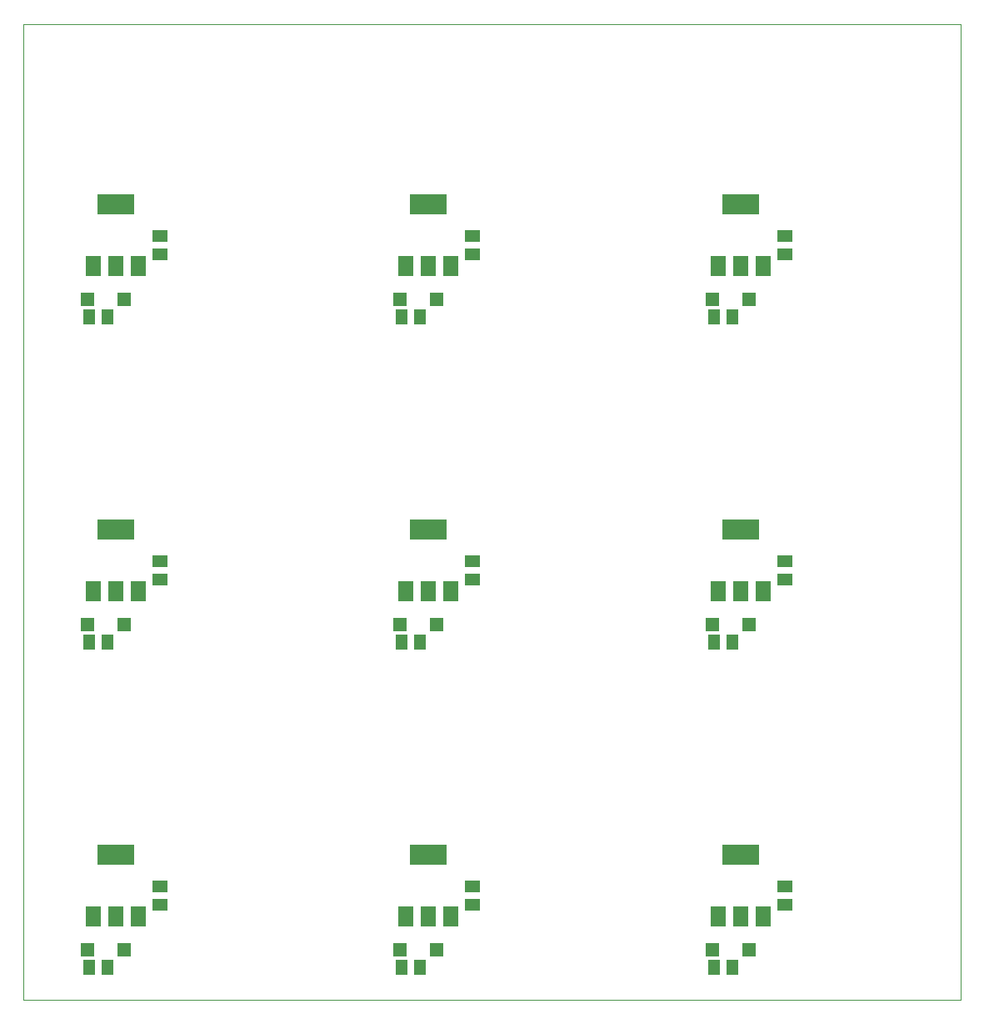
<source format=gbp>
G75*
%MOIN*%
%OFA0B0*%
%FSLAX25Y25*%
%IPPOS*%
%LPD*%
%AMOC8*
5,1,8,0,0,1.08239X$1,22.5*
%
%ADD10C,0.00000*%
%ADD11R,0.05118X0.05906*%
%ADD12R,0.05906X0.05118*%
%ADD13R,0.05512X0.05512*%
%ADD14R,0.05906X0.07874*%
%ADD15R,0.14961X0.07874*%
D10*
X0001000Y0001287D02*
X0376000Y0001287D01*
X0376000Y0391287D01*
X0001000Y0391287D01*
X0001000Y0001287D01*
D11*
X0027260Y0014287D03*
X0034740Y0014287D03*
X0152260Y0014287D03*
X0159740Y0014287D03*
X0277260Y0014287D03*
X0284740Y0014287D03*
X0284740Y0144287D03*
X0277260Y0144287D03*
X0159740Y0144287D03*
X0152260Y0144287D03*
X0034740Y0144287D03*
X0027260Y0144287D03*
X0027260Y0274287D03*
X0034740Y0274287D03*
X0152260Y0274287D03*
X0159740Y0274287D03*
X0277260Y0274287D03*
X0284740Y0274287D03*
D12*
X0305500Y0299047D03*
X0305500Y0306528D03*
X0180500Y0306528D03*
X0180500Y0299047D03*
X0180500Y0176528D03*
X0180500Y0169047D03*
X0180500Y0046528D03*
X0180500Y0039047D03*
X0055500Y0039047D03*
X0055500Y0046528D03*
X0055500Y0169047D03*
X0055500Y0176528D03*
X0055500Y0299047D03*
X0055500Y0306528D03*
X0305500Y0176528D03*
X0305500Y0169047D03*
X0305500Y0046528D03*
X0305500Y0039047D03*
D13*
X0291283Y0021287D03*
X0276717Y0021287D03*
X0166283Y0021287D03*
X0151717Y0021287D03*
X0041283Y0021287D03*
X0026717Y0021287D03*
X0026717Y0151287D03*
X0041283Y0151287D03*
X0151717Y0151287D03*
X0166283Y0151287D03*
X0276717Y0151287D03*
X0291283Y0151287D03*
X0291283Y0281287D03*
X0276717Y0281287D03*
X0166283Y0281287D03*
X0151717Y0281287D03*
X0041283Y0281287D03*
X0026717Y0281287D03*
D14*
X0028945Y0294386D03*
X0038000Y0294386D03*
X0047055Y0294386D03*
X0153945Y0294386D03*
X0163000Y0294386D03*
X0172055Y0294386D03*
X0278945Y0294386D03*
X0288000Y0294386D03*
X0297055Y0294386D03*
X0297055Y0164386D03*
X0288000Y0164386D03*
X0278945Y0164386D03*
X0172055Y0164386D03*
X0163000Y0164386D03*
X0153945Y0164386D03*
X0047055Y0164386D03*
X0038000Y0164386D03*
X0028945Y0164386D03*
X0028945Y0034386D03*
X0038000Y0034386D03*
X0047055Y0034386D03*
X0153945Y0034386D03*
X0163000Y0034386D03*
X0172055Y0034386D03*
X0278945Y0034386D03*
X0288000Y0034386D03*
X0297055Y0034386D03*
D15*
X0288000Y0059189D03*
X0163000Y0059189D03*
X0038000Y0059189D03*
X0038000Y0189189D03*
X0163000Y0189189D03*
X0288000Y0189189D03*
X0288000Y0319189D03*
X0163000Y0319189D03*
X0038000Y0319189D03*
M02*

</source>
